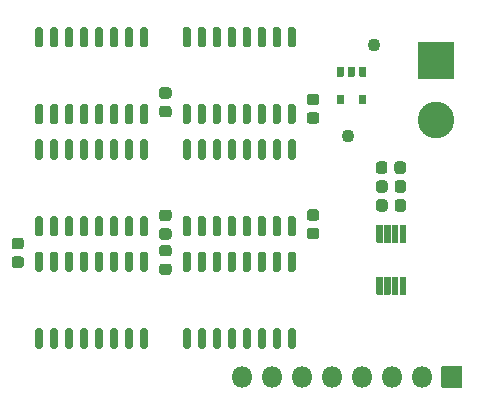
<source format=gbr>
%TF.GenerationSoftware,KiCad,Pcbnew,5.99.0-unknown-ad88874~101~ubuntu20.04.1*%
%TF.CreationDate,2020-05-19T21:15:42-04:00*%
%TF.ProjectId,detector,64657465-6374-46f7-922e-6b696361645f,rev?*%
%TF.SameCoordinates,Original*%
%TF.FileFunction,Soldermask,Top*%
%TF.FilePolarity,Negative*%
%FSLAX46Y46*%
G04 Gerber Fmt 4.6, Leading zero omitted, Abs format (unit mm)*
G04 Created by KiCad (PCBNEW 5.99.0-unknown-ad88874~101~ubuntu20.04.1) date 2020-05-19 21:15:42*
%MOMM*%
%LPD*%
G01*
G04 APERTURE LIST*
%ADD10O,1.800000X1.800000*%
%ADD11C,3.100000*%
%ADD12C,1.100000*%
G04 APERTURE END LIST*
%TO.C,C6*%
G36*
G01*
X100281250Y-84700000D02*
X99718750Y-84700000D01*
G75*
G02*
X99475000Y-84456250I0J243750D01*
G01*
X99475000Y-83968750D01*
G75*
G02*
X99718750Y-83725000I243750J0D01*
G01*
X100281250Y-83725000D01*
G75*
G02*
X100525000Y-83968750I0J-243750D01*
G01*
X100525000Y-84456250D01*
G75*
G02*
X100281250Y-84700000I-243750J0D01*
G01*
G37*
G36*
G01*
X100281250Y-86275000D02*
X99718750Y-86275000D01*
G75*
G02*
X99475000Y-86031250I0J243750D01*
G01*
X99475000Y-85543750D01*
G75*
G02*
X99718750Y-85300000I243750J0D01*
G01*
X100281250Y-85300000D01*
G75*
G02*
X100525000Y-85543750I0J-243750D01*
G01*
X100525000Y-86031250D01*
G75*
G02*
X100281250Y-86275000I-243750J0D01*
G01*
G37*
%TD*%
%TO.C,C5*%
G36*
G01*
X112781250Y-85300000D02*
X112218750Y-85300000D01*
G75*
G02*
X111975000Y-85056250I0J243750D01*
G01*
X111975000Y-84568750D01*
G75*
G02*
X112218750Y-84325000I243750J0D01*
G01*
X112781250Y-84325000D01*
G75*
G02*
X113025000Y-84568750I0J-243750D01*
G01*
X113025000Y-85056250D01*
G75*
G02*
X112781250Y-85300000I-243750J0D01*
G01*
G37*
G36*
G01*
X112781250Y-86875000D02*
X112218750Y-86875000D01*
G75*
G02*
X111975000Y-86631250I0J243750D01*
G01*
X111975000Y-86143750D01*
G75*
G02*
X112218750Y-85900000I243750J0D01*
G01*
X112781250Y-85900000D01*
G75*
G02*
X113025000Y-86143750I0J-243750D01*
G01*
X113025000Y-86631250D01*
G75*
G02*
X112781250Y-86875000I-243750J0D01*
G01*
G37*
%TD*%
%TO.C,C4*%
G36*
G01*
X125281250Y-72487500D02*
X124718750Y-72487500D01*
G75*
G02*
X124475000Y-72243750I0J243750D01*
G01*
X124475000Y-71756250D01*
G75*
G02*
X124718750Y-71512500I243750J0D01*
G01*
X125281250Y-71512500D01*
G75*
G02*
X125525000Y-71756250I0J-243750D01*
G01*
X125525000Y-72243750D01*
G75*
G02*
X125281250Y-72487500I-243750J0D01*
G01*
G37*
G36*
G01*
X125281250Y-74062500D02*
X124718750Y-74062500D01*
G75*
G02*
X124475000Y-73818750I0J243750D01*
G01*
X124475000Y-73331250D01*
G75*
G02*
X124718750Y-73087500I243750J0D01*
G01*
X125281250Y-73087500D01*
G75*
G02*
X125525000Y-73331250I0J-243750D01*
G01*
X125525000Y-73818750D01*
G75*
G02*
X125281250Y-74062500I-243750J0D01*
G01*
G37*
%TD*%
%TO.C,C3*%
G36*
G01*
X112218750Y-82912500D02*
X112781250Y-82912500D01*
G75*
G02*
X113025000Y-83156250I0J-243750D01*
G01*
X113025000Y-83643750D01*
G75*
G02*
X112781250Y-83887500I-243750J0D01*
G01*
X112218750Y-83887500D01*
G75*
G02*
X111975000Y-83643750I0J243750D01*
G01*
X111975000Y-83156250D01*
G75*
G02*
X112218750Y-82912500I243750J0D01*
G01*
G37*
G36*
G01*
X112218750Y-81337500D02*
X112781250Y-81337500D01*
G75*
G02*
X113025000Y-81581250I0J-243750D01*
G01*
X113025000Y-82068750D01*
G75*
G02*
X112781250Y-82312500I-243750J0D01*
G01*
X112218750Y-82312500D01*
G75*
G02*
X111975000Y-82068750I0J243750D01*
G01*
X111975000Y-81581250D01*
G75*
G02*
X112218750Y-81337500I243750J0D01*
G01*
G37*
%TD*%
%TO.C,C2*%
G36*
G01*
X112781250Y-71950000D02*
X112218750Y-71950000D01*
G75*
G02*
X111975000Y-71706250I0J243750D01*
G01*
X111975000Y-71218750D01*
G75*
G02*
X112218750Y-70975000I243750J0D01*
G01*
X112781250Y-70975000D01*
G75*
G02*
X113025000Y-71218750I0J-243750D01*
G01*
X113025000Y-71706250D01*
G75*
G02*
X112781250Y-71950000I-243750J0D01*
G01*
G37*
G36*
G01*
X112781250Y-73525000D02*
X112218750Y-73525000D01*
G75*
G02*
X111975000Y-73281250I0J243750D01*
G01*
X111975000Y-72793750D01*
G75*
G02*
X112218750Y-72550000I243750J0D01*
G01*
X112781250Y-72550000D01*
G75*
G02*
X113025000Y-72793750I0J-243750D01*
G01*
X113025000Y-73281250D01*
G75*
G02*
X112781250Y-73525000I-243750J0D01*
G01*
G37*
%TD*%
%TO.C,C1*%
G36*
G01*
X125281250Y-82287500D02*
X124718750Y-82287500D01*
G75*
G02*
X124475000Y-82043750I0J243750D01*
G01*
X124475000Y-81556250D01*
G75*
G02*
X124718750Y-81312500I243750J0D01*
G01*
X125281250Y-81312500D01*
G75*
G02*
X125525000Y-81556250I0J-243750D01*
G01*
X125525000Y-82043750D01*
G75*
G02*
X125281250Y-82287500I-243750J0D01*
G01*
G37*
G36*
G01*
X125281250Y-83862500D02*
X124718750Y-83862500D01*
G75*
G02*
X124475000Y-83618750I0J243750D01*
G01*
X124475000Y-83131250D01*
G75*
G02*
X124718750Y-82887500I243750J0D01*
G01*
X125281250Y-82887500D01*
G75*
G02*
X125525000Y-83131250I0J-243750D01*
G01*
X125525000Y-83618750D01*
G75*
G02*
X125281250Y-83862500I-243750J0D01*
G01*
G37*
%TD*%
%TO.C,J1*%
G36*
G01*
X135900000Y-94600000D02*
X137600000Y-94600000D01*
G75*
G02*
X137650000Y-94650000I0J-50000D01*
G01*
X137650000Y-96350000D01*
G75*
G02*
X137600000Y-96400000I-50000J0D01*
G01*
X135900000Y-96400000D01*
G75*
G02*
X135850000Y-96350000I0J50000D01*
G01*
X135850000Y-94650000D01*
G75*
G02*
X135900000Y-94600000I50000J0D01*
G01*
G37*
D10*
X134210000Y-95500000D03*
X131670000Y-95500000D03*
X129130000Y-95500000D03*
X126590000Y-95500000D03*
X124050000Y-95500000D03*
X121510000Y-95500000D03*
X118970000Y-95500000D03*
%TD*%
%TO.C,C18*%
G36*
G01*
X131912500Y-81264953D02*
X131912500Y-80702453D01*
G75*
G02*
X132156250Y-80458703I243750J0D01*
G01*
X132643750Y-80458703D01*
G75*
G02*
X132887500Y-80702453I0J-243750D01*
G01*
X132887500Y-81264953D01*
G75*
G02*
X132643750Y-81508703I-243750J0D01*
G01*
X132156250Y-81508703D01*
G75*
G02*
X131912500Y-81264953I0J243750D01*
G01*
G37*
G36*
G01*
X130337500Y-81264953D02*
X130337500Y-80702453D01*
G75*
G02*
X130581250Y-80458703I243750J0D01*
G01*
X131068750Y-80458703D01*
G75*
G02*
X131312500Y-80702453I0J-243750D01*
G01*
X131312500Y-81264953D01*
G75*
G02*
X131068750Y-81508703I-243750J0D01*
G01*
X130581250Y-81508703D01*
G75*
G02*
X130337500Y-81264953I0J243750D01*
G01*
G37*
%TD*%
D11*
%TO.C,J2*%
X135400000Y-73783703D03*
G36*
G01*
X133900000Y-67153703D02*
X136900000Y-67153703D01*
G75*
G02*
X136950000Y-67203703I0J-50000D01*
G01*
X136950000Y-70203703D01*
G75*
G02*
X136900000Y-70253703I-50000J0D01*
G01*
X133900000Y-70253703D01*
G75*
G02*
X133850000Y-70203703I0J50000D01*
G01*
X133850000Y-67203703D01*
G75*
G02*
X133900000Y-67153703I50000J0D01*
G01*
G37*
%TD*%
%TO.C,U11*%
G36*
G01*
X110520000Y-81900000D02*
X110870000Y-81900000D01*
G75*
G02*
X111045000Y-82075000I0J-175000D01*
G01*
X111045000Y-83425000D01*
G75*
G02*
X110870000Y-83600000I-175000J0D01*
G01*
X110520000Y-83600000D01*
G75*
G02*
X110345000Y-83425000I0J175000D01*
G01*
X110345000Y-82075000D01*
G75*
G02*
X110520000Y-81900000I175000J0D01*
G01*
G37*
G36*
G01*
X109250000Y-81900000D02*
X109600000Y-81900000D01*
G75*
G02*
X109775000Y-82075000I0J-175000D01*
G01*
X109775000Y-83425000D01*
G75*
G02*
X109600000Y-83600000I-175000J0D01*
G01*
X109250000Y-83600000D01*
G75*
G02*
X109075000Y-83425000I0J175000D01*
G01*
X109075000Y-82075000D01*
G75*
G02*
X109250000Y-81900000I175000J0D01*
G01*
G37*
G36*
G01*
X107980000Y-81900000D02*
X108330000Y-81900000D01*
G75*
G02*
X108505000Y-82075000I0J-175000D01*
G01*
X108505000Y-83425000D01*
G75*
G02*
X108330000Y-83600000I-175000J0D01*
G01*
X107980000Y-83600000D01*
G75*
G02*
X107805000Y-83425000I0J175000D01*
G01*
X107805000Y-82075000D01*
G75*
G02*
X107980000Y-81900000I175000J0D01*
G01*
G37*
G36*
G01*
X106710000Y-81900000D02*
X107060000Y-81900000D01*
G75*
G02*
X107235000Y-82075000I0J-175000D01*
G01*
X107235000Y-83425000D01*
G75*
G02*
X107060000Y-83600000I-175000J0D01*
G01*
X106710000Y-83600000D01*
G75*
G02*
X106535000Y-83425000I0J175000D01*
G01*
X106535000Y-82075000D01*
G75*
G02*
X106710000Y-81900000I175000J0D01*
G01*
G37*
G36*
G01*
X105440000Y-81900000D02*
X105790000Y-81900000D01*
G75*
G02*
X105965000Y-82075000I0J-175000D01*
G01*
X105965000Y-83425000D01*
G75*
G02*
X105790000Y-83600000I-175000J0D01*
G01*
X105440000Y-83600000D01*
G75*
G02*
X105265000Y-83425000I0J175000D01*
G01*
X105265000Y-82075000D01*
G75*
G02*
X105440000Y-81900000I175000J0D01*
G01*
G37*
G36*
G01*
X104170000Y-81900000D02*
X104520000Y-81900000D01*
G75*
G02*
X104695000Y-82075000I0J-175000D01*
G01*
X104695000Y-83425000D01*
G75*
G02*
X104520000Y-83600000I-175000J0D01*
G01*
X104170000Y-83600000D01*
G75*
G02*
X103995000Y-83425000I0J175000D01*
G01*
X103995000Y-82075000D01*
G75*
G02*
X104170000Y-81900000I175000J0D01*
G01*
G37*
G36*
G01*
X102900000Y-81900000D02*
X103250000Y-81900000D01*
G75*
G02*
X103425000Y-82075000I0J-175000D01*
G01*
X103425000Y-83425000D01*
G75*
G02*
X103250000Y-83600000I-175000J0D01*
G01*
X102900000Y-83600000D01*
G75*
G02*
X102725000Y-83425000I0J175000D01*
G01*
X102725000Y-82075000D01*
G75*
G02*
X102900000Y-81900000I175000J0D01*
G01*
G37*
G36*
G01*
X101630000Y-81900000D02*
X101980000Y-81900000D01*
G75*
G02*
X102155000Y-82075000I0J-175000D01*
G01*
X102155000Y-83425000D01*
G75*
G02*
X101980000Y-83600000I-175000J0D01*
G01*
X101630000Y-83600000D01*
G75*
G02*
X101455000Y-83425000I0J175000D01*
G01*
X101455000Y-82075000D01*
G75*
G02*
X101630000Y-81900000I175000J0D01*
G01*
G37*
G36*
G01*
X101630000Y-75400000D02*
X101980000Y-75400000D01*
G75*
G02*
X102155000Y-75575000I0J-175000D01*
G01*
X102155000Y-76925000D01*
G75*
G02*
X101980000Y-77100000I-175000J0D01*
G01*
X101630000Y-77100000D01*
G75*
G02*
X101455000Y-76925000I0J175000D01*
G01*
X101455000Y-75575000D01*
G75*
G02*
X101630000Y-75400000I175000J0D01*
G01*
G37*
G36*
G01*
X102900000Y-75400000D02*
X103250000Y-75400000D01*
G75*
G02*
X103425000Y-75575000I0J-175000D01*
G01*
X103425000Y-76925000D01*
G75*
G02*
X103250000Y-77100000I-175000J0D01*
G01*
X102900000Y-77100000D01*
G75*
G02*
X102725000Y-76925000I0J175000D01*
G01*
X102725000Y-75575000D01*
G75*
G02*
X102900000Y-75400000I175000J0D01*
G01*
G37*
G36*
G01*
X104170000Y-75400000D02*
X104520000Y-75400000D01*
G75*
G02*
X104695000Y-75575000I0J-175000D01*
G01*
X104695000Y-76925000D01*
G75*
G02*
X104520000Y-77100000I-175000J0D01*
G01*
X104170000Y-77100000D01*
G75*
G02*
X103995000Y-76925000I0J175000D01*
G01*
X103995000Y-75575000D01*
G75*
G02*
X104170000Y-75400000I175000J0D01*
G01*
G37*
G36*
G01*
X105440000Y-75400000D02*
X105790000Y-75400000D01*
G75*
G02*
X105965000Y-75575000I0J-175000D01*
G01*
X105965000Y-76925000D01*
G75*
G02*
X105790000Y-77100000I-175000J0D01*
G01*
X105440000Y-77100000D01*
G75*
G02*
X105265000Y-76925000I0J175000D01*
G01*
X105265000Y-75575000D01*
G75*
G02*
X105440000Y-75400000I175000J0D01*
G01*
G37*
G36*
G01*
X106710000Y-75400000D02*
X107060000Y-75400000D01*
G75*
G02*
X107235000Y-75575000I0J-175000D01*
G01*
X107235000Y-76925000D01*
G75*
G02*
X107060000Y-77100000I-175000J0D01*
G01*
X106710000Y-77100000D01*
G75*
G02*
X106535000Y-76925000I0J175000D01*
G01*
X106535000Y-75575000D01*
G75*
G02*
X106710000Y-75400000I175000J0D01*
G01*
G37*
G36*
G01*
X107980000Y-75400000D02*
X108330000Y-75400000D01*
G75*
G02*
X108505000Y-75575000I0J-175000D01*
G01*
X108505000Y-76925000D01*
G75*
G02*
X108330000Y-77100000I-175000J0D01*
G01*
X107980000Y-77100000D01*
G75*
G02*
X107805000Y-76925000I0J175000D01*
G01*
X107805000Y-75575000D01*
G75*
G02*
X107980000Y-75400000I175000J0D01*
G01*
G37*
G36*
G01*
X109250000Y-75400000D02*
X109600000Y-75400000D01*
G75*
G02*
X109775000Y-75575000I0J-175000D01*
G01*
X109775000Y-76925000D01*
G75*
G02*
X109600000Y-77100000I-175000J0D01*
G01*
X109250000Y-77100000D01*
G75*
G02*
X109075000Y-76925000I0J175000D01*
G01*
X109075000Y-75575000D01*
G75*
G02*
X109250000Y-75400000I175000J0D01*
G01*
G37*
G36*
G01*
X110520000Y-75400000D02*
X110870000Y-75400000D01*
G75*
G02*
X111045000Y-75575000I0J-175000D01*
G01*
X111045000Y-76925000D01*
G75*
G02*
X110870000Y-77100000I-175000J0D01*
G01*
X110520000Y-77100000D01*
G75*
G02*
X110345000Y-76925000I0J175000D01*
G01*
X110345000Y-75575000D01*
G75*
G02*
X110520000Y-75400000I175000J0D01*
G01*
G37*
%TD*%
%TO.C,U10*%
G36*
G01*
X123020000Y-81900000D02*
X123370000Y-81900000D01*
G75*
G02*
X123545000Y-82075000I0J-175000D01*
G01*
X123545000Y-83425000D01*
G75*
G02*
X123370000Y-83600000I-175000J0D01*
G01*
X123020000Y-83600000D01*
G75*
G02*
X122845000Y-83425000I0J175000D01*
G01*
X122845000Y-82075000D01*
G75*
G02*
X123020000Y-81900000I175000J0D01*
G01*
G37*
G36*
G01*
X121750000Y-81900000D02*
X122100000Y-81900000D01*
G75*
G02*
X122275000Y-82075000I0J-175000D01*
G01*
X122275000Y-83425000D01*
G75*
G02*
X122100000Y-83600000I-175000J0D01*
G01*
X121750000Y-83600000D01*
G75*
G02*
X121575000Y-83425000I0J175000D01*
G01*
X121575000Y-82075000D01*
G75*
G02*
X121750000Y-81900000I175000J0D01*
G01*
G37*
G36*
G01*
X120480000Y-81900000D02*
X120830000Y-81900000D01*
G75*
G02*
X121005000Y-82075000I0J-175000D01*
G01*
X121005000Y-83425000D01*
G75*
G02*
X120830000Y-83600000I-175000J0D01*
G01*
X120480000Y-83600000D01*
G75*
G02*
X120305000Y-83425000I0J175000D01*
G01*
X120305000Y-82075000D01*
G75*
G02*
X120480000Y-81900000I175000J0D01*
G01*
G37*
G36*
G01*
X119210000Y-81900000D02*
X119560000Y-81900000D01*
G75*
G02*
X119735000Y-82075000I0J-175000D01*
G01*
X119735000Y-83425000D01*
G75*
G02*
X119560000Y-83600000I-175000J0D01*
G01*
X119210000Y-83600000D01*
G75*
G02*
X119035000Y-83425000I0J175000D01*
G01*
X119035000Y-82075000D01*
G75*
G02*
X119210000Y-81900000I175000J0D01*
G01*
G37*
G36*
G01*
X117940000Y-81900000D02*
X118290000Y-81900000D01*
G75*
G02*
X118465000Y-82075000I0J-175000D01*
G01*
X118465000Y-83425000D01*
G75*
G02*
X118290000Y-83600000I-175000J0D01*
G01*
X117940000Y-83600000D01*
G75*
G02*
X117765000Y-83425000I0J175000D01*
G01*
X117765000Y-82075000D01*
G75*
G02*
X117940000Y-81900000I175000J0D01*
G01*
G37*
G36*
G01*
X116670000Y-81900000D02*
X117020000Y-81900000D01*
G75*
G02*
X117195000Y-82075000I0J-175000D01*
G01*
X117195000Y-83425000D01*
G75*
G02*
X117020000Y-83600000I-175000J0D01*
G01*
X116670000Y-83600000D01*
G75*
G02*
X116495000Y-83425000I0J175000D01*
G01*
X116495000Y-82075000D01*
G75*
G02*
X116670000Y-81900000I175000J0D01*
G01*
G37*
G36*
G01*
X115400000Y-81900000D02*
X115750000Y-81900000D01*
G75*
G02*
X115925000Y-82075000I0J-175000D01*
G01*
X115925000Y-83425000D01*
G75*
G02*
X115750000Y-83600000I-175000J0D01*
G01*
X115400000Y-83600000D01*
G75*
G02*
X115225000Y-83425000I0J175000D01*
G01*
X115225000Y-82075000D01*
G75*
G02*
X115400000Y-81900000I175000J0D01*
G01*
G37*
G36*
G01*
X114130000Y-81900000D02*
X114480000Y-81900000D01*
G75*
G02*
X114655000Y-82075000I0J-175000D01*
G01*
X114655000Y-83425000D01*
G75*
G02*
X114480000Y-83600000I-175000J0D01*
G01*
X114130000Y-83600000D01*
G75*
G02*
X113955000Y-83425000I0J175000D01*
G01*
X113955000Y-82075000D01*
G75*
G02*
X114130000Y-81900000I175000J0D01*
G01*
G37*
G36*
G01*
X114130000Y-75400000D02*
X114480000Y-75400000D01*
G75*
G02*
X114655000Y-75575000I0J-175000D01*
G01*
X114655000Y-76925000D01*
G75*
G02*
X114480000Y-77100000I-175000J0D01*
G01*
X114130000Y-77100000D01*
G75*
G02*
X113955000Y-76925000I0J175000D01*
G01*
X113955000Y-75575000D01*
G75*
G02*
X114130000Y-75400000I175000J0D01*
G01*
G37*
G36*
G01*
X115400000Y-75400000D02*
X115750000Y-75400000D01*
G75*
G02*
X115925000Y-75575000I0J-175000D01*
G01*
X115925000Y-76925000D01*
G75*
G02*
X115750000Y-77100000I-175000J0D01*
G01*
X115400000Y-77100000D01*
G75*
G02*
X115225000Y-76925000I0J175000D01*
G01*
X115225000Y-75575000D01*
G75*
G02*
X115400000Y-75400000I175000J0D01*
G01*
G37*
G36*
G01*
X116670000Y-75400000D02*
X117020000Y-75400000D01*
G75*
G02*
X117195000Y-75575000I0J-175000D01*
G01*
X117195000Y-76925000D01*
G75*
G02*
X117020000Y-77100000I-175000J0D01*
G01*
X116670000Y-77100000D01*
G75*
G02*
X116495000Y-76925000I0J175000D01*
G01*
X116495000Y-75575000D01*
G75*
G02*
X116670000Y-75400000I175000J0D01*
G01*
G37*
G36*
G01*
X117940000Y-75400000D02*
X118290000Y-75400000D01*
G75*
G02*
X118465000Y-75575000I0J-175000D01*
G01*
X118465000Y-76925000D01*
G75*
G02*
X118290000Y-77100000I-175000J0D01*
G01*
X117940000Y-77100000D01*
G75*
G02*
X117765000Y-76925000I0J175000D01*
G01*
X117765000Y-75575000D01*
G75*
G02*
X117940000Y-75400000I175000J0D01*
G01*
G37*
G36*
G01*
X119210000Y-75400000D02*
X119560000Y-75400000D01*
G75*
G02*
X119735000Y-75575000I0J-175000D01*
G01*
X119735000Y-76925000D01*
G75*
G02*
X119560000Y-77100000I-175000J0D01*
G01*
X119210000Y-77100000D01*
G75*
G02*
X119035000Y-76925000I0J175000D01*
G01*
X119035000Y-75575000D01*
G75*
G02*
X119210000Y-75400000I175000J0D01*
G01*
G37*
G36*
G01*
X120480000Y-75400000D02*
X120830000Y-75400000D01*
G75*
G02*
X121005000Y-75575000I0J-175000D01*
G01*
X121005000Y-76925000D01*
G75*
G02*
X120830000Y-77100000I-175000J0D01*
G01*
X120480000Y-77100000D01*
G75*
G02*
X120305000Y-76925000I0J175000D01*
G01*
X120305000Y-75575000D01*
G75*
G02*
X120480000Y-75400000I175000J0D01*
G01*
G37*
G36*
G01*
X121750000Y-75400000D02*
X122100000Y-75400000D01*
G75*
G02*
X122275000Y-75575000I0J-175000D01*
G01*
X122275000Y-76925000D01*
G75*
G02*
X122100000Y-77100000I-175000J0D01*
G01*
X121750000Y-77100000D01*
G75*
G02*
X121575000Y-76925000I0J175000D01*
G01*
X121575000Y-75575000D01*
G75*
G02*
X121750000Y-75400000I175000J0D01*
G01*
G37*
G36*
G01*
X123020000Y-75400000D02*
X123370000Y-75400000D01*
G75*
G02*
X123545000Y-75575000I0J-175000D01*
G01*
X123545000Y-76925000D01*
G75*
G02*
X123370000Y-77100000I-175000J0D01*
G01*
X123020000Y-77100000D01*
G75*
G02*
X122845000Y-76925000I0J175000D01*
G01*
X122845000Y-75575000D01*
G75*
G02*
X123020000Y-75400000I175000J0D01*
G01*
G37*
%TD*%
%TO.C,U9*%
G36*
G01*
X128944999Y-71593703D02*
X129455001Y-71593703D01*
G75*
G02*
X129505000Y-71643702I0J-49999D01*
G01*
X129505000Y-72343704D01*
G75*
G02*
X129455001Y-72393703I-49999J0D01*
G01*
X128944999Y-72393703D01*
G75*
G02*
X128895000Y-72343704I0J49999D01*
G01*
X128895000Y-71643702D01*
G75*
G02*
X128944999Y-71593703I49999J0D01*
G01*
G37*
G36*
G01*
X127044999Y-71593703D02*
X127555001Y-71593703D01*
G75*
G02*
X127605000Y-71643702I0J-49999D01*
G01*
X127605000Y-72343704D01*
G75*
G02*
X127555001Y-72393703I-49999J0D01*
G01*
X127044999Y-72393703D01*
G75*
G02*
X126995000Y-72343704I0J49999D01*
G01*
X126995000Y-71643702D01*
G75*
G02*
X127044999Y-71593703I49999J0D01*
G01*
G37*
G36*
G01*
X127044999Y-69273703D02*
X127555001Y-69273703D01*
G75*
G02*
X127605000Y-69323702I0J-49999D01*
G01*
X127605000Y-70023704D01*
G75*
G02*
X127555001Y-70073703I-49999J0D01*
G01*
X127044999Y-70073703D01*
G75*
G02*
X126995000Y-70023704I0J49999D01*
G01*
X126995000Y-69323702D01*
G75*
G02*
X127044999Y-69273703I49999J0D01*
G01*
G37*
G36*
G01*
X127994999Y-69273703D02*
X128505001Y-69273703D01*
G75*
G02*
X128555000Y-69323702I0J-49999D01*
G01*
X128555000Y-70023704D01*
G75*
G02*
X128505001Y-70073703I-49999J0D01*
G01*
X127994999Y-70073703D01*
G75*
G02*
X127945000Y-70023704I0J49999D01*
G01*
X127945000Y-69323702D01*
G75*
G02*
X127994999Y-69273703I49999J0D01*
G01*
G37*
G36*
G01*
X128944999Y-69273703D02*
X129455001Y-69273703D01*
G75*
G02*
X129505000Y-69323702I0J-49999D01*
G01*
X129505000Y-70023704D01*
G75*
G02*
X129455001Y-70073703I-49999J0D01*
G01*
X128944999Y-70073703D01*
G75*
G02*
X128895000Y-70023704I0J49999D01*
G01*
X128895000Y-69323702D01*
G75*
G02*
X128944999Y-69273703I49999J0D01*
G01*
G37*
%TD*%
%TO.C,U8*%
G36*
G01*
X101980000Y-86600000D02*
X101630000Y-86600000D01*
G75*
G02*
X101455000Y-86425000I0J175000D01*
G01*
X101455000Y-85075000D01*
G75*
G02*
X101630000Y-84900000I175000J0D01*
G01*
X101980000Y-84900000D01*
G75*
G02*
X102155000Y-85075000I0J-175000D01*
G01*
X102155000Y-86425000D01*
G75*
G02*
X101980000Y-86600000I-175000J0D01*
G01*
G37*
G36*
G01*
X103250000Y-86600000D02*
X102900000Y-86600000D01*
G75*
G02*
X102725000Y-86425000I0J175000D01*
G01*
X102725000Y-85075000D01*
G75*
G02*
X102900000Y-84900000I175000J0D01*
G01*
X103250000Y-84900000D01*
G75*
G02*
X103425000Y-85075000I0J-175000D01*
G01*
X103425000Y-86425000D01*
G75*
G02*
X103250000Y-86600000I-175000J0D01*
G01*
G37*
G36*
G01*
X104520000Y-86600000D02*
X104170000Y-86600000D01*
G75*
G02*
X103995000Y-86425000I0J175000D01*
G01*
X103995000Y-85075000D01*
G75*
G02*
X104170000Y-84900000I175000J0D01*
G01*
X104520000Y-84900000D01*
G75*
G02*
X104695000Y-85075000I0J-175000D01*
G01*
X104695000Y-86425000D01*
G75*
G02*
X104520000Y-86600000I-175000J0D01*
G01*
G37*
G36*
G01*
X105790000Y-86600000D02*
X105440000Y-86600000D01*
G75*
G02*
X105265000Y-86425000I0J175000D01*
G01*
X105265000Y-85075000D01*
G75*
G02*
X105440000Y-84900000I175000J0D01*
G01*
X105790000Y-84900000D01*
G75*
G02*
X105965000Y-85075000I0J-175000D01*
G01*
X105965000Y-86425000D01*
G75*
G02*
X105790000Y-86600000I-175000J0D01*
G01*
G37*
G36*
G01*
X107060000Y-86600000D02*
X106710000Y-86600000D01*
G75*
G02*
X106535000Y-86425000I0J175000D01*
G01*
X106535000Y-85075000D01*
G75*
G02*
X106710000Y-84900000I175000J0D01*
G01*
X107060000Y-84900000D01*
G75*
G02*
X107235000Y-85075000I0J-175000D01*
G01*
X107235000Y-86425000D01*
G75*
G02*
X107060000Y-86600000I-175000J0D01*
G01*
G37*
G36*
G01*
X108330000Y-86600000D02*
X107980000Y-86600000D01*
G75*
G02*
X107805000Y-86425000I0J175000D01*
G01*
X107805000Y-85075000D01*
G75*
G02*
X107980000Y-84900000I175000J0D01*
G01*
X108330000Y-84900000D01*
G75*
G02*
X108505000Y-85075000I0J-175000D01*
G01*
X108505000Y-86425000D01*
G75*
G02*
X108330000Y-86600000I-175000J0D01*
G01*
G37*
G36*
G01*
X109600000Y-86600000D02*
X109250000Y-86600000D01*
G75*
G02*
X109075000Y-86425000I0J175000D01*
G01*
X109075000Y-85075000D01*
G75*
G02*
X109250000Y-84900000I175000J0D01*
G01*
X109600000Y-84900000D01*
G75*
G02*
X109775000Y-85075000I0J-175000D01*
G01*
X109775000Y-86425000D01*
G75*
G02*
X109600000Y-86600000I-175000J0D01*
G01*
G37*
G36*
G01*
X110870000Y-86600000D02*
X110520000Y-86600000D01*
G75*
G02*
X110345000Y-86425000I0J175000D01*
G01*
X110345000Y-85075000D01*
G75*
G02*
X110520000Y-84900000I175000J0D01*
G01*
X110870000Y-84900000D01*
G75*
G02*
X111045000Y-85075000I0J-175000D01*
G01*
X111045000Y-86425000D01*
G75*
G02*
X110870000Y-86600000I-175000J0D01*
G01*
G37*
G36*
G01*
X110870000Y-93100000D02*
X110520000Y-93100000D01*
G75*
G02*
X110345000Y-92925000I0J175000D01*
G01*
X110345000Y-91575000D01*
G75*
G02*
X110520000Y-91400000I175000J0D01*
G01*
X110870000Y-91400000D01*
G75*
G02*
X111045000Y-91575000I0J-175000D01*
G01*
X111045000Y-92925000D01*
G75*
G02*
X110870000Y-93100000I-175000J0D01*
G01*
G37*
G36*
G01*
X109600000Y-93100000D02*
X109250000Y-93100000D01*
G75*
G02*
X109075000Y-92925000I0J175000D01*
G01*
X109075000Y-91575000D01*
G75*
G02*
X109250000Y-91400000I175000J0D01*
G01*
X109600000Y-91400000D01*
G75*
G02*
X109775000Y-91575000I0J-175000D01*
G01*
X109775000Y-92925000D01*
G75*
G02*
X109600000Y-93100000I-175000J0D01*
G01*
G37*
G36*
G01*
X108330000Y-93100000D02*
X107980000Y-93100000D01*
G75*
G02*
X107805000Y-92925000I0J175000D01*
G01*
X107805000Y-91575000D01*
G75*
G02*
X107980000Y-91400000I175000J0D01*
G01*
X108330000Y-91400000D01*
G75*
G02*
X108505000Y-91575000I0J-175000D01*
G01*
X108505000Y-92925000D01*
G75*
G02*
X108330000Y-93100000I-175000J0D01*
G01*
G37*
G36*
G01*
X107060000Y-93100000D02*
X106710000Y-93100000D01*
G75*
G02*
X106535000Y-92925000I0J175000D01*
G01*
X106535000Y-91575000D01*
G75*
G02*
X106710000Y-91400000I175000J0D01*
G01*
X107060000Y-91400000D01*
G75*
G02*
X107235000Y-91575000I0J-175000D01*
G01*
X107235000Y-92925000D01*
G75*
G02*
X107060000Y-93100000I-175000J0D01*
G01*
G37*
G36*
G01*
X105790000Y-93100000D02*
X105440000Y-93100000D01*
G75*
G02*
X105265000Y-92925000I0J175000D01*
G01*
X105265000Y-91575000D01*
G75*
G02*
X105440000Y-91400000I175000J0D01*
G01*
X105790000Y-91400000D01*
G75*
G02*
X105965000Y-91575000I0J-175000D01*
G01*
X105965000Y-92925000D01*
G75*
G02*
X105790000Y-93100000I-175000J0D01*
G01*
G37*
G36*
G01*
X104520000Y-93100000D02*
X104170000Y-93100000D01*
G75*
G02*
X103995000Y-92925000I0J175000D01*
G01*
X103995000Y-91575000D01*
G75*
G02*
X104170000Y-91400000I175000J0D01*
G01*
X104520000Y-91400000D01*
G75*
G02*
X104695000Y-91575000I0J-175000D01*
G01*
X104695000Y-92925000D01*
G75*
G02*
X104520000Y-93100000I-175000J0D01*
G01*
G37*
G36*
G01*
X103250000Y-93100000D02*
X102900000Y-93100000D01*
G75*
G02*
X102725000Y-92925000I0J175000D01*
G01*
X102725000Y-91575000D01*
G75*
G02*
X102900000Y-91400000I175000J0D01*
G01*
X103250000Y-91400000D01*
G75*
G02*
X103425000Y-91575000I0J-175000D01*
G01*
X103425000Y-92925000D01*
G75*
G02*
X103250000Y-93100000I-175000J0D01*
G01*
G37*
G36*
G01*
X101980000Y-93100000D02*
X101630000Y-93100000D01*
G75*
G02*
X101455000Y-92925000I0J175000D01*
G01*
X101455000Y-91575000D01*
G75*
G02*
X101630000Y-91400000I175000J0D01*
G01*
X101980000Y-91400000D01*
G75*
G02*
X102155000Y-91575000I0J-175000D01*
G01*
X102155000Y-92925000D01*
G75*
G02*
X101980000Y-93100000I-175000J0D01*
G01*
G37*
%TD*%
%TO.C,U7*%
G36*
G01*
X110520000Y-72400000D02*
X110870000Y-72400000D01*
G75*
G02*
X111045000Y-72575000I0J-175000D01*
G01*
X111045000Y-73925000D01*
G75*
G02*
X110870000Y-74100000I-175000J0D01*
G01*
X110520000Y-74100000D01*
G75*
G02*
X110345000Y-73925000I0J175000D01*
G01*
X110345000Y-72575000D01*
G75*
G02*
X110520000Y-72400000I175000J0D01*
G01*
G37*
G36*
G01*
X109250000Y-72400000D02*
X109600000Y-72400000D01*
G75*
G02*
X109775000Y-72575000I0J-175000D01*
G01*
X109775000Y-73925000D01*
G75*
G02*
X109600000Y-74100000I-175000J0D01*
G01*
X109250000Y-74100000D01*
G75*
G02*
X109075000Y-73925000I0J175000D01*
G01*
X109075000Y-72575000D01*
G75*
G02*
X109250000Y-72400000I175000J0D01*
G01*
G37*
G36*
G01*
X107980000Y-72400000D02*
X108330000Y-72400000D01*
G75*
G02*
X108505000Y-72575000I0J-175000D01*
G01*
X108505000Y-73925000D01*
G75*
G02*
X108330000Y-74100000I-175000J0D01*
G01*
X107980000Y-74100000D01*
G75*
G02*
X107805000Y-73925000I0J175000D01*
G01*
X107805000Y-72575000D01*
G75*
G02*
X107980000Y-72400000I175000J0D01*
G01*
G37*
G36*
G01*
X106710000Y-72400000D02*
X107060000Y-72400000D01*
G75*
G02*
X107235000Y-72575000I0J-175000D01*
G01*
X107235000Y-73925000D01*
G75*
G02*
X107060000Y-74100000I-175000J0D01*
G01*
X106710000Y-74100000D01*
G75*
G02*
X106535000Y-73925000I0J175000D01*
G01*
X106535000Y-72575000D01*
G75*
G02*
X106710000Y-72400000I175000J0D01*
G01*
G37*
G36*
G01*
X105440000Y-72400000D02*
X105790000Y-72400000D01*
G75*
G02*
X105965000Y-72575000I0J-175000D01*
G01*
X105965000Y-73925000D01*
G75*
G02*
X105790000Y-74100000I-175000J0D01*
G01*
X105440000Y-74100000D01*
G75*
G02*
X105265000Y-73925000I0J175000D01*
G01*
X105265000Y-72575000D01*
G75*
G02*
X105440000Y-72400000I175000J0D01*
G01*
G37*
G36*
G01*
X104170000Y-72400000D02*
X104520000Y-72400000D01*
G75*
G02*
X104695000Y-72575000I0J-175000D01*
G01*
X104695000Y-73925000D01*
G75*
G02*
X104520000Y-74100000I-175000J0D01*
G01*
X104170000Y-74100000D01*
G75*
G02*
X103995000Y-73925000I0J175000D01*
G01*
X103995000Y-72575000D01*
G75*
G02*
X104170000Y-72400000I175000J0D01*
G01*
G37*
G36*
G01*
X102900000Y-72400000D02*
X103250000Y-72400000D01*
G75*
G02*
X103425000Y-72575000I0J-175000D01*
G01*
X103425000Y-73925000D01*
G75*
G02*
X103250000Y-74100000I-175000J0D01*
G01*
X102900000Y-74100000D01*
G75*
G02*
X102725000Y-73925000I0J175000D01*
G01*
X102725000Y-72575000D01*
G75*
G02*
X102900000Y-72400000I175000J0D01*
G01*
G37*
G36*
G01*
X101630000Y-72400000D02*
X101980000Y-72400000D01*
G75*
G02*
X102155000Y-72575000I0J-175000D01*
G01*
X102155000Y-73925000D01*
G75*
G02*
X101980000Y-74100000I-175000J0D01*
G01*
X101630000Y-74100000D01*
G75*
G02*
X101455000Y-73925000I0J175000D01*
G01*
X101455000Y-72575000D01*
G75*
G02*
X101630000Y-72400000I175000J0D01*
G01*
G37*
G36*
G01*
X101630000Y-65900000D02*
X101980000Y-65900000D01*
G75*
G02*
X102155000Y-66075000I0J-175000D01*
G01*
X102155000Y-67425000D01*
G75*
G02*
X101980000Y-67600000I-175000J0D01*
G01*
X101630000Y-67600000D01*
G75*
G02*
X101455000Y-67425000I0J175000D01*
G01*
X101455000Y-66075000D01*
G75*
G02*
X101630000Y-65900000I175000J0D01*
G01*
G37*
G36*
G01*
X102900000Y-65900000D02*
X103250000Y-65900000D01*
G75*
G02*
X103425000Y-66075000I0J-175000D01*
G01*
X103425000Y-67425000D01*
G75*
G02*
X103250000Y-67600000I-175000J0D01*
G01*
X102900000Y-67600000D01*
G75*
G02*
X102725000Y-67425000I0J175000D01*
G01*
X102725000Y-66075000D01*
G75*
G02*
X102900000Y-65900000I175000J0D01*
G01*
G37*
G36*
G01*
X104170000Y-65900000D02*
X104520000Y-65900000D01*
G75*
G02*
X104695000Y-66075000I0J-175000D01*
G01*
X104695000Y-67425000D01*
G75*
G02*
X104520000Y-67600000I-175000J0D01*
G01*
X104170000Y-67600000D01*
G75*
G02*
X103995000Y-67425000I0J175000D01*
G01*
X103995000Y-66075000D01*
G75*
G02*
X104170000Y-65900000I175000J0D01*
G01*
G37*
G36*
G01*
X105440000Y-65900000D02*
X105790000Y-65900000D01*
G75*
G02*
X105965000Y-66075000I0J-175000D01*
G01*
X105965000Y-67425000D01*
G75*
G02*
X105790000Y-67600000I-175000J0D01*
G01*
X105440000Y-67600000D01*
G75*
G02*
X105265000Y-67425000I0J175000D01*
G01*
X105265000Y-66075000D01*
G75*
G02*
X105440000Y-65900000I175000J0D01*
G01*
G37*
G36*
G01*
X106710000Y-65900000D02*
X107060000Y-65900000D01*
G75*
G02*
X107235000Y-66075000I0J-175000D01*
G01*
X107235000Y-67425000D01*
G75*
G02*
X107060000Y-67600000I-175000J0D01*
G01*
X106710000Y-67600000D01*
G75*
G02*
X106535000Y-67425000I0J175000D01*
G01*
X106535000Y-66075000D01*
G75*
G02*
X106710000Y-65900000I175000J0D01*
G01*
G37*
G36*
G01*
X107980000Y-65900000D02*
X108330000Y-65900000D01*
G75*
G02*
X108505000Y-66075000I0J-175000D01*
G01*
X108505000Y-67425000D01*
G75*
G02*
X108330000Y-67600000I-175000J0D01*
G01*
X107980000Y-67600000D01*
G75*
G02*
X107805000Y-67425000I0J175000D01*
G01*
X107805000Y-66075000D01*
G75*
G02*
X107980000Y-65900000I175000J0D01*
G01*
G37*
G36*
G01*
X109250000Y-65900000D02*
X109600000Y-65900000D01*
G75*
G02*
X109775000Y-66075000I0J-175000D01*
G01*
X109775000Y-67425000D01*
G75*
G02*
X109600000Y-67600000I-175000J0D01*
G01*
X109250000Y-67600000D01*
G75*
G02*
X109075000Y-67425000I0J175000D01*
G01*
X109075000Y-66075000D01*
G75*
G02*
X109250000Y-65900000I175000J0D01*
G01*
G37*
G36*
G01*
X110520000Y-65900000D02*
X110870000Y-65900000D01*
G75*
G02*
X111045000Y-66075000I0J-175000D01*
G01*
X111045000Y-67425000D01*
G75*
G02*
X110870000Y-67600000I-175000J0D01*
G01*
X110520000Y-67600000D01*
G75*
G02*
X110345000Y-67425000I0J175000D01*
G01*
X110345000Y-66075000D01*
G75*
G02*
X110520000Y-65900000I175000J0D01*
G01*
G37*
%TD*%
%TO.C,U6*%
G36*
G01*
X114480000Y-86600000D02*
X114130000Y-86600000D01*
G75*
G02*
X113955000Y-86425000I0J175000D01*
G01*
X113955000Y-85075000D01*
G75*
G02*
X114130000Y-84900000I175000J0D01*
G01*
X114480000Y-84900000D01*
G75*
G02*
X114655000Y-85075000I0J-175000D01*
G01*
X114655000Y-86425000D01*
G75*
G02*
X114480000Y-86600000I-175000J0D01*
G01*
G37*
G36*
G01*
X115750000Y-86600000D02*
X115400000Y-86600000D01*
G75*
G02*
X115225000Y-86425000I0J175000D01*
G01*
X115225000Y-85075000D01*
G75*
G02*
X115400000Y-84900000I175000J0D01*
G01*
X115750000Y-84900000D01*
G75*
G02*
X115925000Y-85075000I0J-175000D01*
G01*
X115925000Y-86425000D01*
G75*
G02*
X115750000Y-86600000I-175000J0D01*
G01*
G37*
G36*
G01*
X117020000Y-86600000D02*
X116670000Y-86600000D01*
G75*
G02*
X116495000Y-86425000I0J175000D01*
G01*
X116495000Y-85075000D01*
G75*
G02*
X116670000Y-84900000I175000J0D01*
G01*
X117020000Y-84900000D01*
G75*
G02*
X117195000Y-85075000I0J-175000D01*
G01*
X117195000Y-86425000D01*
G75*
G02*
X117020000Y-86600000I-175000J0D01*
G01*
G37*
G36*
G01*
X118290000Y-86600000D02*
X117940000Y-86600000D01*
G75*
G02*
X117765000Y-86425000I0J175000D01*
G01*
X117765000Y-85075000D01*
G75*
G02*
X117940000Y-84900000I175000J0D01*
G01*
X118290000Y-84900000D01*
G75*
G02*
X118465000Y-85075000I0J-175000D01*
G01*
X118465000Y-86425000D01*
G75*
G02*
X118290000Y-86600000I-175000J0D01*
G01*
G37*
G36*
G01*
X119560000Y-86600000D02*
X119210000Y-86600000D01*
G75*
G02*
X119035000Y-86425000I0J175000D01*
G01*
X119035000Y-85075000D01*
G75*
G02*
X119210000Y-84900000I175000J0D01*
G01*
X119560000Y-84900000D01*
G75*
G02*
X119735000Y-85075000I0J-175000D01*
G01*
X119735000Y-86425000D01*
G75*
G02*
X119560000Y-86600000I-175000J0D01*
G01*
G37*
G36*
G01*
X120830000Y-86600000D02*
X120480000Y-86600000D01*
G75*
G02*
X120305000Y-86425000I0J175000D01*
G01*
X120305000Y-85075000D01*
G75*
G02*
X120480000Y-84900000I175000J0D01*
G01*
X120830000Y-84900000D01*
G75*
G02*
X121005000Y-85075000I0J-175000D01*
G01*
X121005000Y-86425000D01*
G75*
G02*
X120830000Y-86600000I-175000J0D01*
G01*
G37*
G36*
G01*
X122100000Y-86600000D02*
X121750000Y-86600000D01*
G75*
G02*
X121575000Y-86425000I0J175000D01*
G01*
X121575000Y-85075000D01*
G75*
G02*
X121750000Y-84900000I175000J0D01*
G01*
X122100000Y-84900000D01*
G75*
G02*
X122275000Y-85075000I0J-175000D01*
G01*
X122275000Y-86425000D01*
G75*
G02*
X122100000Y-86600000I-175000J0D01*
G01*
G37*
G36*
G01*
X123370000Y-86600000D02*
X123020000Y-86600000D01*
G75*
G02*
X122845000Y-86425000I0J175000D01*
G01*
X122845000Y-85075000D01*
G75*
G02*
X123020000Y-84900000I175000J0D01*
G01*
X123370000Y-84900000D01*
G75*
G02*
X123545000Y-85075000I0J-175000D01*
G01*
X123545000Y-86425000D01*
G75*
G02*
X123370000Y-86600000I-175000J0D01*
G01*
G37*
G36*
G01*
X123370000Y-93100000D02*
X123020000Y-93100000D01*
G75*
G02*
X122845000Y-92925000I0J175000D01*
G01*
X122845000Y-91575000D01*
G75*
G02*
X123020000Y-91400000I175000J0D01*
G01*
X123370000Y-91400000D01*
G75*
G02*
X123545000Y-91575000I0J-175000D01*
G01*
X123545000Y-92925000D01*
G75*
G02*
X123370000Y-93100000I-175000J0D01*
G01*
G37*
G36*
G01*
X122100000Y-93100000D02*
X121750000Y-93100000D01*
G75*
G02*
X121575000Y-92925000I0J175000D01*
G01*
X121575000Y-91575000D01*
G75*
G02*
X121750000Y-91400000I175000J0D01*
G01*
X122100000Y-91400000D01*
G75*
G02*
X122275000Y-91575000I0J-175000D01*
G01*
X122275000Y-92925000D01*
G75*
G02*
X122100000Y-93100000I-175000J0D01*
G01*
G37*
G36*
G01*
X120830000Y-93100000D02*
X120480000Y-93100000D01*
G75*
G02*
X120305000Y-92925000I0J175000D01*
G01*
X120305000Y-91575000D01*
G75*
G02*
X120480000Y-91400000I175000J0D01*
G01*
X120830000Y-91400000D01*
G75*
G02*
X121005000Y-91575000I0J-175000D01*
G01*
X121005000Y-92925000D01*
G75*
G02*
X120830000Y-93100000I-175000J0D01*
G01*
G37*
G36*
G01*
X119560000Y-93100000D02*
X119210000Y-93100000D01*
G75*
G02*
X119035000Y-92925000I0J175000D01*
G01*
X119035000Y-91575000D01*
G75*
G02*
X119210000Y-91400000I175000J0D01*
G01*
X119560000Y-91400000D01*
G75*
G02*
X119735000Y-91575000I0J-175000D01*
G01*
X119735000Y-92925000D01*
G75*
G02*
X119560000Y-93100000I-175000J0D01*
G01*
G37*
G36*
G01*
X118290000Y-93100000D02*
X117940000Y-93100000D01*
G75*
G02*
X117765000Y-92925000I0J175000D01*
G01*
X117765000Y-91575000D01*
G75*
G02*
X117940000Y-91400000I175000J0D01*
G01*
X118290000Y-91400000D01*
G75*
G02*
X118465000Y-91575000I0J-175000D01*
G01*
X118465000Y-92925000D01*
G75*
G02*
X118290000Y-93100000I-175000J0D01*
G01*
G37*
G36*
G01*
X117020000Y-93100000D02*
X116670000Y-93100000D01*
G75*
G02*
X116495000Y-92925000I0J175000D01*
G01*
X116495000Y-91575000D01*
G75*
G02*
X116670000Y-91400000I175000J0D01*
G01*
X117020000Y-91400000D01*
G75*
G02*
X117195000Y-91575000I0J-175000D01*
G01*
X117195000Y-92925000D01*
G75*
G02*
X117020000Y-93100000I-175000J0D01*
G01*
G37*
G36*
G01*
X115750000Y-93100000D02*
X115400000Y-93100000D01*
G75*
G02*
X115225000Y-92925000I0J175000D01*
G01*
X115225000Y-91575000D01*
G75*
G02*
X115400000Y-91400000I175000J0D01*
G01*
X115750000Y-91400000D01*
G75*
G02*
X115925000Y-91575000I0J-175000D01*
G01*
X115925000Y-92925000D01*
G75*
G02*
X115750000Y-93100000I-175000J0D01*
G01*
G37*
G36*
G01*
X114480000Y-93100000D02*
X114130000Y-93100000D01*
G75*
G02*
X113955000Y-92925000I0J175000D01*
G01*
X113955000Y-91575000D01*
G75*
G02*
X114130000Y-91400000I175000J0D01*
G01*
X114480000Y-91400000D01*
G75*
G02*
X114655000Y-91575000I0J-175000D01*
G01*
X114655000Y-92925000D01*
G75*
G02*
X114480000Y-93100000I-175000J0D01*
G01*
G37*
%TD*%
%TO.C,U5*%
G36*
G01*
X123020000Y-72400000D02*
X123370000Y-72400000D01*
G75*
G02*
X123545000Y-72575000I0J-175000D01*
G01*
X123545000Y-73925000D01*
G75*
G02*
X123370000Y-74100000I-175000J0D01*
G01*
X123020000Y-74100000D01*
G75*
G02*
X122845000Y-73925000I0J175000D01*
G01*
X122845000Y-72575000D01*
G75*
G02*
X123020000Y-72400000I175000J0D01*
G01*
G37*
G36*
G01*
X121750000Y-72400000D02*
X122100000Y-72400000D01*
G75*
G02*
X122275000Y-72575000I0J-175000D01*
G01*
X122275000Y-73925000D01*
G75*
G02*
X122100000Y-74100000I-175000J0D01*
G01*
X121750000Y-74100000D01*
G75*
G02*
X121575000Y-73925000I0J175000D01*
G01*
X121575000Y-72575000D01*
G75*
G02*
X121750000Y-72400000I175000J0D01*
G01*
G37*
G36*
G01*
X120480000Y-72400000D02*
X120830000Y-72400000D01*
G75*
G02*
X121005000Y-72575000I0J-175000D01*
G01*
X121005000Y-73925000D01*
G75*
G02*
X120830000Y-74100000I-175000J0D01*
G01*
X120480000Y-74100000D01*
G75*
G02*
X120305000Y-73925000I0J175000D01*
G01*
X120305000Y-72575000D01*
G75*
G02*
X120480000Y-72400000I175000J0D01*
G01*
G37*
G36*
G01*
X119210000Y-72400000D02*
X119560000Y-72400000D01*
G75*
G02*
X119735000Y-72575000I0J-175000D01*
G01*
X119735000Y-73925000D01*
G75*
G02*
X119560000Y-74100000I-175000J0D01*
G01*
X119210000Y-74100000D01*
G75*
G02*
X119035000Y-73925000I0J175000D01*
G01*
X119035000Y-72575000D01*
G75*
G02*
X119210000Y-72400000I175000J0D01*
G01*
G37*
G36*
G01*
X117940000Y-72400000D02*
X118290000Y-72400000D01*
G75*
G02*
X118465000Y-72575000I0J-175000D01*
G01*
X118465000Y-73925000D01*
G75*
G02*
X118290000Y-74100000I-175000J0D01*
G01*
X117940000Y-74100000D01*
G75*
G02*
X117765000Y-73925000I0J175000D01*
G01*
X117765000Y-72575000D01*
G75*
G02*
X117940000Y-72400000I175000J0D01*
G01*
G37*
G36*
G01*
X116670000Y-72400000D02*
X117020000Y-72400000D01*
G75*
G02*
X117195000Y-72575000I0J-175000D01*
G01*
X117195000Y-73925000D01*
G75*
G02*
X117020000Y-74100000I-175000J0D01*
G01*
X116670000Y-74100000D01*
G75*
G02*
X116495000Y-73925000I0J175000D01*
G01*
X116495000Y-72575000D01*
G75*
G02*
X116670000Y-72400000I175000J0D01*
G01*
G37*
G36*
G01*
X115400000Y-72400000D02*
X115750000Y-72400000D01*
G75*
G02*
X115925000Y-72575000I0J-175000D01*
G01*
X115925000Y-73925000D01*
G75*
G02*
X115750000Y-74100000I-175000J0D01*
G01*
X115400000Y-74100000D01*
G75*
G02*
X115225000Y-73925000I0J175000D01*
G01*
X115225000Y-72575000D01*
G75*
G02*
X115400000Y-72400000I175000J0D01*
G01*
G37*
G36*
G01*
X114130000Y-72400000D02*
X114480000Y-72400000D01*
G75*
G02*
X114655000Y-72575000I0J-175000D01*
G01*
X114655000Y-73925000D01*
G75*
G02*
X114480000Y-74100000I-175000J0D01*
G01*
X114130000Y-74100000D01*
G75*
G02*
X113955000Y-73925000I0J175000D01*
G01*
X113955000Y-72575000D01*
G75*
G02*
X114130000Y-72400000I175000J0D01*
G01*
G37*
G36*
G01*
X114130000Y-65900000D02*
X114480000Y-65900000D01*
G75*
G02*
X114655000Y-66075000I0J-175000D01*
G01*
X114655000Y-67425000D01*
G75*
G02*
X114480000Y-67600000I-175000J0D01*
G01*
X114130000Y-67600000D01*
G75*
G02*
X113955000Y-67425000I0J175000D01*
G01*
X113955000Y-66075000D01*
G75*
G02*
X114130000Y-65900000I175000J0D01*
G01*
G37*
G36*
G01*
X115400000Y-65900000D02*
X115750000Y-65900000D01*
G75*
G02*
X115925000Y-66075000I0J-175000D01*
G01*
X115925000Y-67425000D01*
G75*
G02*
X115750000Y-67600000I-175000J0D01*
G01*
X115400000Y-67600000D01*
G75*
G02*
X115225000Y-67425000I0J175000D01*
G01*
X115225000Y-66075000D01*
G75*
G02*
X115400000Y-65900000I175000J0D01*
G01*
G37*
G36*
G01*
X116670000Y-65900000D02*
X117020000Y-65900000D01*
G75*
G02*
X117195000Y-66075000I0J-175000D01*
G01*
X117195000Y-67425000D01*
G75*
G02*
X117020000Y-67600000I-175000J0D01*
G01*
X116670000Y-67600000D01*
G75*
G02*
X116495000Y-67425000I0J175000D01*
G01*
X116495000Y-66075000D01*
G75*
G02*
X116670000Y-65900000I175000J0D01*
G01*
G37*
G36*
G01*
X117940000Y-65900000D02*
X118290000Y-65900000D01*
G75*
G02*
X118465000Y-66075000I0J-175000D01*
G01*
X118465000Y-67425000D01*
G75*
G02*
X118290000Y-67600000I-175000J0D01*
G01*
X117940000Y-67600000D01*
G75*
G02*
X117765000Y-67425000I0J175000D01*
G01*
X117765000Y-66075000D01*
G75*
G02*
X117940000Y-65900000I175000J0D01*
G01*
G37*
G36*
G01*
X119210000Y-65900000D02*
X119560000Y-65900000D01*
G75*
G02*
X119735000Y-66075000I0J-175000D01*
G01*
X119735000Y-67425000D01*
G75*
G02*
X119560000Y-67600000I-175000J0D01*
G01*
X119210000Y-67600000D01*
G75*
G02*
X119035000Y-67425000I0J175000D01*
G01*
X119035000Y-66075000D01*
G75*
G02*
X119210000Y-65900000I175000J0D01*
G01*
G37*
G36*
G01*
X120480000Y-65900000D02*
X120830000Y-65900000D01*
G75*
G02*
X121005000Y-66075000I0J-175000D01*
G01*
X121005000Y-67425000D01*
G75*
G02*
X120830000Y-67600000I-175000J0D01*
G01*
X120480000Y-67600000D01*
G75*
G02*
X120305000Y-67425000I0J175000D01*
G01*
X120305000Y-66075000D01*
G75*
G02*
X120480000Y-65900000I175000J0D01*
G01*
G37*
G36*
G01*
X121750000Y-65900000D02*
X122100000Y-65900000D01*
G75*
G02*
X122275000Y-66075000I0J-175000D01*
G01*
X122275000Y-67425000D01*
G75*
G02*
X122100000Y-67600000I-175000J0D01*
G01*
X121750000Y-67600000D01*
G75*
G02*
X121575000Y-67425000I0J175000D01*
G01*
X121575000Y-66075000D01*
G75*
G02*
X121750000Y-65900000I175000J0D01*
G01*
G37*
G36*
G01*
X123020000Y-65900000D02*
X123370000Y-65900000D01*
G75*
G02*
X123545000Y-66075000I0J-175000D01*
G01*
X123545000Y-67425000D01*
G75*
G02*
X123370000Y-67600000I-175000J0D01*
G01*
X123020000Y-67600000D01*
G75*
G02*
X122845000Y-67425000I0J175000D01*
G01*
X122845000Y-66075000D01*
G75*
G02*
X123020000Y-65900000I175000J0D01*
G01*
G37*
%TD*%
%TO.C,U4*%
G36*
G01*
X132875000Y-87058703D02*
X132875000Y-88508703D01*
G75*
G02*
X132825000Y-88558703I-50000J0D01*
G01*
X132375000Y-88558703D01*
G75*
G02*
X132325000Y-88508703I0J50000D01*
G01*
X132325000Y-87058703D01*
G75*
G02*
X132375000Y-87008703I50000J0D01*
G01*
X132825000Y-87008703D01*
G75*
G02*
X132875000Y-87058703I0J-50000D01*
G01*
G37*
G36*
G01*
X132225000Y-87058703D02*
X132225000Y-88508703D01*
G75*
G02*
X132175000Y-88558703I-50000J0D01*
G01*
X131725000Y-88558703D01*
G75*
G02*
X131675000Y-88508703I0J50000D01*
G01*
X131675000Y-87058703D01*
G75*
G02*
X131725000Y-87008703I50000J0D01*
G01*
X132175000Y-87008703D01*
G75*
G02*
X132225000Y-87058703I0J-50000D01*
G01*
G37*
G36*
G01*
X131575000Y-87058703D02*
X131575000Y-88508703D01*
G75*
G02*
X131525000Y-88558703I-50000J0D01*
G01*
X131075000Y-88558703D01*
G75*
G02*
X131025000Y-88508703I0J50000D01*
G01*
X131025000Y-87058703D01*
G75*
G02*
X131075000Y-87008703I50000J0D01*
G01*
X131525000Y-87008703D01*
G75*
G02*
X131575000Y-87058703I0J-50000D01*
G01*
G37*
G36*
G01*
X130925000Y-87058703D02*
X130925000Y-88508703D01*
G75*
G02*
X130875000Y-88558703I-50000J0D01*
G01*
X130425000Y-88558703D01*
G75*
G02*
X130375000Y-88508703I0J50000D01*
G01*
X130375000Y-87058703D01*
G75*
G02*
X130425000Y-87008703I50000J0D01*
G01*
X130875000Y-87008703D01*
G75*
G02*
X130925000Y-87058703I0J-50000D01*
G01*
G37*
G36*
G01*
X130925000Y-82658703D02*
X130925000Y-84108703D01*
G75*
G02*
X130875000Y-84158703I-50000J0D01*
G01*
X130425000Y-84158703D01*
G75*
G02*
X130375000Y-84108703I0J50000D01*
G01*
X130375000Y-82658703D01*
G75*
G02*
X130425000Y-82608703I50000J0D01*
G01*
X130875000Y-82608703D01*
G75*
G02*
X130925000Y-82658703I0J-50000D01*
G01*
G37*
G36*
G01*
X131575000Y-82658703D02*
X131575000Y-84108703D01*
G75*
G02*
X131525000Y-84158703I-50000J0D01*
G01*
X131075000Y-84158703D01*
G75*
G02*
X131025000Y-84108703I0J50000D01*
G01*
X131025000Y-82658703D01*
G75*
G02*
X131075000Y-82608703I50000J0D01*
G01*
X131525000Y-82608703D01*
G75*
G02*
X131575000Y-82658703I0J-50000D01*
G01*
G37*
G36*
G01*
X132225000Y-82658703D02*
X132225000Y-84108703D01*
G75*
G02*
X132175000Y-84158703I-50000J0D01*
G01*
X131725000Y-84158703D01*
G75*
G02*
X131675000Y-84108703I0J50000D01*
G01*
X131675000Y-82658703D01*
G75*
G02*
X131725000Y-82608703I50000J0D01*
G01*
X132175000Y-82608703D01*
G75*
G02*
X132225000Y-82658703I0J-50000D01*
G01*
G37*
G36*
G01*
X132875000Y-82658703D02*
X132875000Y-84108703D01*
G75*
G02*
X132825000Y-84158703I-50000J0D01*
G01*
X132375000Y-84158703D01*
G75*
G02*
X132325000Y-84108703I0J50000D01*
G01*
X132325000Y-82658703D01*
G75*
G02*
X132375000Y-82608703I50000J0D01*
G01*
X132825000Y-82608703D01*
G75*
G02*
X132875000Y-82658703I0J-50000D01*
G01*
G37*
%TD*%
D12*
%TO.C,TP5*%
X128000000Y-75083703D03*
%TD*%
%TO.C,TP4*%
X130200000Y-67383703D03*
%TD*%
%TO.C,R10*%
G36*
G01*
X131887500Y-78064953D02*
X131887500Y-77502453D01*
G75*
G02*
X132131250Y-77258703I243750J0D01*
G01*
X132618750Y-77258703D01*
G75*
G02*
X132862500Y-77502453I0J-243750D01*
G01*
X132862500Y-78064953D01*
G75*
G02*
X132618750Y-78308703I-243750J0D01*
G01*
X132131250Y-78308703D01*
G75*
G02*
X131887500Y-78064953I0J243750D01*
G01*
G37*
G36*
G01*
X130312500Y-78064953D02*
X130312500Y-77502453D01*
G75*
G02*
X130556250Y-77258703I243750J0D01*
G01*
X131043750Y-77258703D01*
G75*
G02*
X131287500Y-77502453I0J-243750D01*
G01*
X131287500Y-78064953D01*
G75*
G02*
X131043750Y-78308703I-243750J0D01*
G01*
X130556250Y-78308703D01*
G75*
G02*
X130312500Y-78064953I0J243750D01*
G01*
G37*
%TD*%
%TO.C,C19*%
G36*
G01*
X131312500Y-79102453D02*
X131312500Y-79664953D01*
G75*
G02*
X131068750Y-79908703I-243750J0D01*
G01*
X130581250Y-79908703D01*
G75*
G02*
X130337500Y-79664953I0J243750D01*
G01*
X130337500Y-79102453D01*
G75*
G02*
X130581250Y-78858703I243750J0D01*
G01*
X131068750Y-78858703D01*
G75*
G02*
X131312500Y-79102453I0J-243750D01*
G01*
G37*
G36*
G01*
X132887500Y-79102453D02*
X132887500Y-79664953D01*
G75*
G02*
X132643750Y-79908703I-243750J0D01*
G01*
X132156250Y-79908703D01*
G75*
G02*
X131912500Y-79664953I0J243750D01*
G01*
X131912500Y-79102453D01*
G75*
G02*
X132156250Y-78858703I243750J0D01*
G01*
X132643750Y-78858703D01*
G75*
G02*
X132887500Y-79102453I0J-243750D01*
G01*
G37*
%TD*%
M02*

</source>
